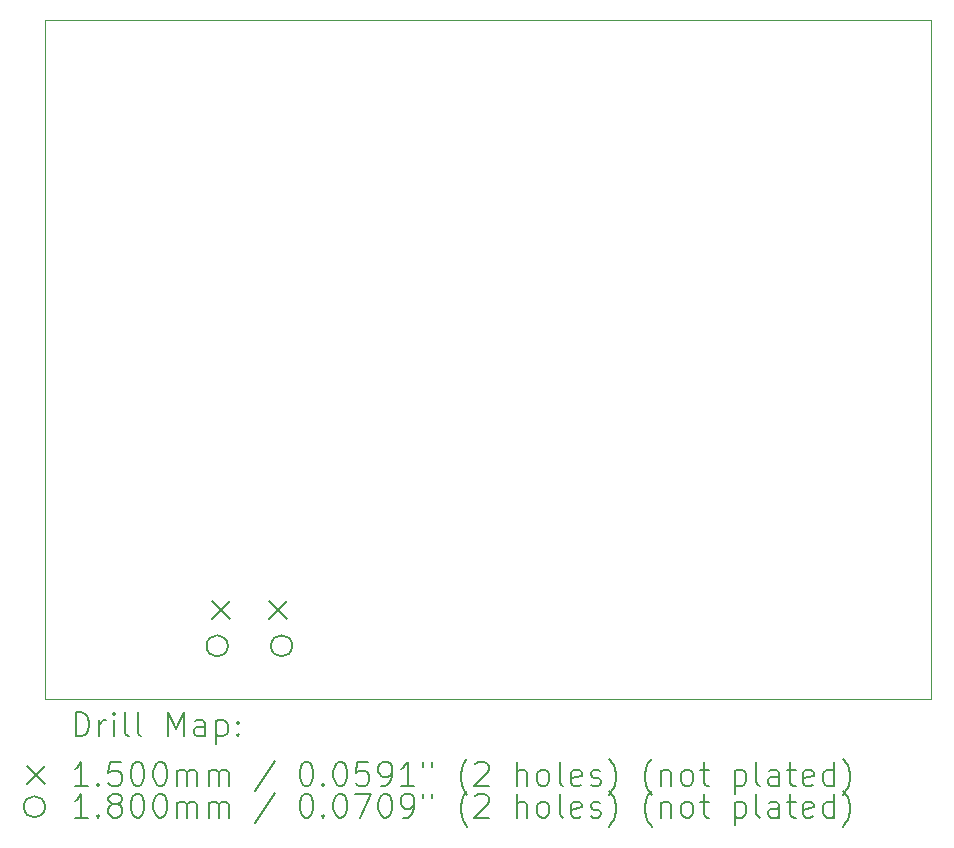
<source format=gbr>
%TF.GenerationSoftware,KiCad,Pcbnew,8.0.5*%
%TF.CreationDate,2024-11-17T15:10:11-05:00*%
%TF.ProjectId,kb-usb-to-coco,6b622d75-7362-42d7-946f-2d636f636f2e,rev?*%
%TF.SameCoordinates,Original*%
%TF.FileFunction,Drillmap*%
%TF.FilePolarity,Positive*%
%FSLAX45Y45*%
G04 Gerber Fmt 4.5, Leading zero omitted, Abs format (unit mm)*
G04 Created by KiCad (PCBNEW 8.0.5) date 2024-11-17 15:10:11*
%MOMM*%
%LPD*%
G01*
G04 APERTURE LIST*
%ADD10C,0.050000*%
%ADD11C,0.200000*%
%ADD12C,0.150000*%
%ADD13C,0.180000*%
G04 APERTURE END LIST*
D10*
X10350000Y-6200000D02*
X17850000Y-6200000D01*
X17850000Y-11950000D01*
X10350000Y-11950000D01*
X10350000Y-6200000D01*
D11*
D12*
X11760000Y-11122000D02*
X11910000Y-11272000D01*
X11910000Y-11122000D02*
X11760000Y-11272000D01*
X12245000Y-11122000D02*
X12395000Y-11272000D01*
X12395000Y-11122000D02*
X12245000Y-11272000D01*
D13*
X11895000Y-11500000D02*
G75*
G02*
X11715000Y-11500000I-90000J0D01*
G01*
X11715000Y-11500000D02*
G75*
G02*
X11895000Y-11500000I90000J0D01*
G01*
X12440000Y-11500000D02*
G75*
G02*
X12260000Y-11500000I-90000J0D01*
G01*
X12260000Y-11500000D02*
G75*
G02*
X12440000Y-11500000I90000J0D01*
G01*
D11*
X10608277Y-12263984D02*
X10608277Y-12063984D01*
X10608277Y-12063984D02*
X10655896Y-12063984D01*
X10655896Y-12063984D02*
X10684467Y-12073508D01*
X10684467Y-12073508D02*
X10703515Y-12092555D01*
X10703515Y-12092555D02*
X10713039Y-12111603D01*
X10713039Y-12111603D02*
X10722563Y-12149698D01*
X10722563Y-12149698D02*
X10722563Y-12178269D01*
X10722563Y-12178269D02*
X10713039Y-12216365D01*
X10713039Y-12216365D02*
X10703515Y-12235412D01*
X10703515Y-12235412D02*
X10684467Y-12254460D01*
X10684467Y-12254460D02*
X10655896Y-12263984D01*
X10655896Y-12263984D02*
X10608277Y-12263984D01*
X10808277Y-12263984D02*
X10808277Y-12130650D01*
X10808277Y-12168746D02*
X10817801Y-12149698D01*
X10817801Y-12149698D02*
X10827324Y-12140174D01*
X10827324Y-12140174D02*
X10846372Y-12130650D01*
X10846372Y-12130650D02*
X10865420Y-12130650D01*
X10932086Y-12263984D02*
X10932086Y-12130650D01*
X10932086Y-12063984D02*
X10922563Y-12073508D01*
X10922563Y-12073508D02*
X10932086Y-12083031D01*
X10932086Y-12083031D02*
X10941610Y-12073508D01*
X10941610Y-12073508D02*
X10932086Y-12063984D01*
X10932086Y-12063984D02*
X10932086Y-12083031D01*
X11055896Y-12263984D02*
X11036848Y-12254460D01*
X11036848Y-12254460D02*
X11027324Y-12235412D01*
X11027324Y-12235412D02*
X11027324Y-12063984D01*
X11160658Y-12263984D02*
X11141610Y-12254460D01*
X11141610Y-12254460D02*
X11132086Y-12235412D01*
X11132086Y-12235412D02*
X11132086Y-12063984D01*
X11389229Y-12263984D02*
X11389229Y-12063984D01*
X11389229Y-12063984D02*
X11455896Y-12206841D01*
X11455896Y-12206841D02*
X11522562Y-12063984D01*
X11522562Y-12063984D02*
X11522562Y-12263984D01*
X11703515Y-12263984D02*
X11703515Y-12159222D01*
X11703515Y-12159222D02*
X11693991Y-12140174D01*
X11693991Y-12140174D02*
X11674943Y-12130650D01*
X11674943Y-12130650D02*
X11636848Y-12130650D01*
X11636848Y-12130650D02*
X11617801Y-12140174D01*
X11703515Y-12254460D02*
X11684467Y-12263984D01*
X11684467Y-12263984D02*
X11636848Y-12263984D01*
X11636848Y-12263984D02*
X11617801Y-12254460D01*
X11617801Y-12254460D02*
X11608277Y-12235412D01*
X11608277Y-12235412D02*
X11608277Y-12216365D01*
X11608277Y-12216365D02*
X11617801Y-12197317D01*
X11617801Y-12197317D02*
X11636848Y-12187793D01*
X11636848Y-12187793D02*
X11684467Y-12187793D01*
X11684467Y-12187793D02*
X11703515Y-12178269D01*
X11798753Y-12130650D02*
X11798753Y-12330650D01*
X11798753Y-12140174D02*
X11817801Y-12130650D01*
X11817801Y-12130650D02*
X11855896Y-12130650D01*
X11855896Y-12130650D02*
X11874943Y-12140174D01*
X11874943Y-12140174D02*
X11884467Y-12149698D01*
X11884467Y-12149698D02*
X11893991Y-12168746D01*
X11893991Y-12168746D02*
X11893991Y-12225888D01*
X11893991Y-12225888D02*
X11884467Y-12244936D01*
X11884467Y-12244936D02*
X11874943Y-12254460D01*
X11874943Y-12254460D02*
X11855896Y-12263984D01*
X11855896Y-12263984D02*
X11817801Y-12263984D01*
X11817801Y-12263984D02*
X11798753Y-12254460D01*
X11979705Y-12244936D02*
X11989229Y-12254460D01*
X11989229Y-12254460D02*
X11979705Y-12263984D01*
X11979705Y-12263984D02*
X11970182Y-12254460D01*
X11970182Y-12254460D02*
X11979705Y-12244936D01*
X11979705Y-12244936D02*
X11979705Y-12263984D01*
X11979705Y-12140174D02*
X11989229Y-12149698D01*
X11989229Y-12149698D02*
X11979705Y-12159222D01*
X11979705Y-12159222D02*
X11970182Y-12149698D01*
X11970182Y-12149698D02*
X11979705Y-12140174D01*
X11979705Y-12140174D02*
X11979705Y-12159222D01*
D12*
X10197500Y-12517500D02*
X10347500Y-12667500D01*
X10347500Y-12517500D02*
X10197500Y-12667500D01*
D11*
X10713039Y-12683984D02*
X10598753Y-12683984D01*
X10655896Y-12683984D02*
X10655896Y-12483984D01*
X10655896Y-12483984D02*
X10636848Y-12512555D01*
X10636848Y-12512555D02*
X10617801Y-12531603D01*
X10617801Y-12531603D02*
X10598753Y-12541127D01*
X10798753Y-12664936D02*
X10808277Y-12674460D01*
X10808277Y-12674460D02*
X10798753Y-12683984D01*
X10798753Y-12683984D02*
X10789229Y-12674460D01*
X10789229Y-12674460D02*
X10798753Y-12664936D01*
X10798753Y-12664936D02*
X10798753Y-12683984D01*
X10989229Y-12483984D02*
X10893991Y-12483984D01*
X10893991Y-12483984D02*
X10884467Y-12579222D01*
X10884467Y-12579222D02*
X10893991Y-12569698D01*
X10893991Y-12569698D02*
X10913039Y-12560174D01*
X10913039Y-12560174D02*
X10960658Y-12560174D01*
X10960658Y-12560174D02*
X10979705Y-12569698D01*
X10979705Y-12569698D02*
X10989229Y-12579222D01*
X10989229Y-12579222D02*
X10998753Y-12598269D01*
X10998753Y-12598269D02*
X10998753Y-12645888D01*
X10998753Y-12645888D02*
X10989229Y-12664936D01*
X10989229Y-12664936D02*
X10979705Y-12674460D01*
X10979705Y-12674460D02*
X10960658Y-12683984D01*
X10960658Y-12683984D02*
X10913039Y-12683984D01*
X10913039Y-12683984D02*
X10893991Y-12674460D01*
X10893991Y-12674460D02*
X10884467Y-12664936D01*
X11122563Y-12483984D02*
X11141610Y-12483984D01*
X11141610Y-12483984D02*
X11160658Y-12493508D01*
X11160658Y-12493508D02*
X11170182Y-12503031D01*
X11170182Y-12503031D02*
X11179705Y-12522079D01*
X11179705Y-12522079D02*
X11189229Y-12560174D01*
X11189229Y-12560174D02*
X11189229Y-12607793D01*
X11189229Y-12607793D02*
X11179705Y-12645888D01*
X11179705Y-12645888D02*
X11170182Y-12664936D01*
X11170182Y-12664936D02*
X11160658Y-12674460D01*
X11160658Y-12674460D02*
X11141610Y-12683984D01*
X11141610Y-12683984D02*
X11122563Y-12683984D01*
X11122563Y-12683984D02*
X11103515Y-12674460D01*
X11103515Y-12674460D02*
X11093991Y-12664936D01*
X11093991Y-12664936D02*
X11084467Y-12645888D01*
X11084467Y-12645888D02*
X11074944Y-12607793D01*
X11074944Y-12607793D02*
X11074944Y-12560174D01*
X11074944Y-12560174D02*
X11084467Y-12522079D01*
X11084467Y-12522079D02*
X11093991Y-12503031D01*
X11093991Y-12503031D02*
X11103515Y-12493508D01*
X11103515Y-12493508D02*
X11122563Y-12483984D01*
X11313039Y-12483984D02*
X11332086Y-12483984D01*
X11332086Y-12483984D02*
X11351134Y-12493508D01*
X11351134Y-12493508D02*
X11360658Y-12503031D01*
X11360658Y-12503031D02*
X11370182Y-12522079D01*
X11370182Y-12522079D02*
X11379705Y-12560174D01*
X11379705Y-12560174D02*
X11379705Y-12607793D01*
X11379705Y-12607793D02*
X11370182Y-12645888D01*
X11370182Y-12645888D02*
X11360658Y-12664936D01*
X11360658Y-12664936D02*
X11351134Y-12674460D01*
X11351134Y-12674460D02*
X11332086Y-12683984D01*
X11332086Y-12683984D02*
X11313039Y-12683984D01*
X11313039Y-12683984D02*
X11293991Y-12674460D01*
X11293991Y-12674460D02*
X11284467Y-12664936D01*
X11284467Y-12664936D02*
X11274943Y-12645888D01*
X11274943Y-12645888D02*
X11265420Y-12607793D01*
X11265420Y-12607793D02*
X11265420Y-12560174D01*
X11265420Y-12560174D02*
X11274943Y-12522079D01*
X11274943Y-12522079D02*
X11284467Y-12503031D01*
X11284467Y-12503031D02*
X11293991Y-12493508D01*
X11293991Y-12493508D02*
X11313039Y-12483984D01*
X11465420Y-12683984D02*
X11465420Y-12550650D01*
X11465420Y-12569698D02*
X11474943Y-12560174D01*
X11474943Y-12560174D02*
X11493991Y-12550650D01*
X11493991Y-12550650D02*
X11522563Y-12550650D01*
X11522563Y-12550650D02*
X11541610Y-12560174D01*
X11541610Y-12560174D02*
X11551134Y-12579222D01*
X11551134Y-12579222D02*
X11551134Y-12683984D01*
X11551134Y-12579222D02*
X11560658Y-12560174D01*
X11560658Y-12560174D02*
X11579705Y-12550650D01*
X11579705Y-12550650D02*
X11608277Y-12550650D01*
X11608277Y-12550650D02*
X11627324Y-12560174D01*
X11627324Y-12560174D02*
X11636848Y-12579222D01*
X11636848Y-12579222D02*
X11636848Y-12683984D01*
X11732086Y-12683984D02*
X11732086Y-12550650D01*
X11732086Y-12569698D02*
X11741610Y-12560174D01*
X11741610Y-12560174D02*
X11760658Y-12550650D01*
X11760658Y-12550650D02*
X11789229Y-12550650D01*
X11789229Y-12550650D02*
X11808277Y-12560174D01*
X11808277Y-12560174D02*
X11817801Y-12579222D01*
X11817801Y-12579222D02*
X11817801Y-12683984D01*
X11817801Y-12579222D02*
X11827324Y-12560174D01*
X11827324Y-12560174D02*
X11846372Y-12550650D01*
X11846372Y-12550650D02*
X11874943Y-12550650D01*
X11874943Y-12550650D02*
X11893991Y-12560174D01*
X11893991Y-12560174D02*
X11903515Y-12579222D01*
X11903515Y-12579222D02*
X11903515Y-12683984D01*
X12293991Y-12474460D02*
X12122563Y-12731603D01*
X12551134Y-12483984D02*
X12570182Y-12483984D01*
X12570182Y-12483984D02*
X12589229Y-12493508D01*
X12589229Y-12493508D02*
X12598753Y-12503031D01*
X12598753Y-12503031D02*
X12608277Y-12522079D01*
X12608277Y-12522079D02*
X12617801Y-12560174D01*
X12617801Y-12560174D02*
X12617801Y-12607793D01*
X12617801Y-12607793D02*
X12608277Y-12645888D01*
X12608277Y-12645888D02*
X12598753Y-12664936D01*
X12598753Y-12664936D02*
X12589229Y-12674460D01*
X12589229Y-12674460D02*
X12570182Y-12683984D01*
X12570182Y-12683984D02*
X12551134Y-12683984D01*
X12551134Y-12683984D02*
X12532086Y-12674460D01*
X12532086Y-12674460D02*
X12522563Y-12664936D01*
X12522563Y-12664936D02*
X12513039Y-12645888D01*
X12513039Y-12645888D02*
X12503515Y-12607793D01*
X12503515Y-12607793D02*
X12503515Y-12560174D01*
X12503515Y-12560174D02*
X12513039Y-12522079D01*
X12513039Y-12522079D02*
X12522563Y-12503031D01*
X12522563Y-12503031D02*
X12532086Y-12493508D01*
X12532086Y-12493508D02*
X12551134Y-12483984D01*
X12703515Y-12664936D02*
X12713039Y-12674460D01*
X12713039Y-12674460D02*
X12703515Y-12683984D01*
X12703515Y-12683984D02*
X12693991Y-12674460D01*
X12693991Y-12674460D02*
X12703515Y-12664936D01*
X12703515Y-12664936D02*
X12703515Y-12683984D01*
X12836848Y-12483984D02*
X12855896Y-12483984D01*
X12855896Y-12483984D02*
X12874944Y-12493508D01*
X12874944Y-12493508D02*
X12884467Y-12503031D01*
X12884467Y-12503031D02*
X12893991Y-12522079D01*
X12893991Y-12522079D02*
X12903515Y-12560174D01*
X12903515Y-12560174D02*
X12903515Y-12607793D01*
X12903515Y-12607793D02*
X12893991Y-12645888D01*
X12893991Y-12645888D02*
X12884467Y-12664936D01*
X12884467Y-12664936D02*
X12874944Y-12674460D01*
X12874944Y-12674460D02*
X12855896Y-12683984D01*
X12855896Y-12683984D02*
X12836848Y-12683984D01*
X12836848Y-12683984D02*
X12817801Y-12674460D01*
X12817801Y-12674460D02*
X12808277Y-12664936D01*
X12808277Y-12664936D02*
X12798753Y-12645888D01*
X12798753Y-12645888D02*
X12789229Y-12607793D01*
X12789229Y-12607793D02*
X12789229Y-12560174D01*
X12789229Y-12560174D02*
X12798753Y-12522079D01*
X12798753Y-12522079D02*
X12808277Y-12503031D01*
X12808277Y-12503031D02*
X12817801Y-12493508D01*
X12817801Y-12493508D02*
X12836848Y-12483984D01*
X13084467Y-12483984D02*
X12989229Y-12483984D01*
X12989229Y-12483984D02*
X12979706Y-12579222D01*
X12979706Y-12579222D02*
X12989229Y-12569698D01*
X12989229Y-12569698D02*
X13008277Y-12560174D01*
X13008277Y-12560174D02*
X13055896Y-12560174D01*
X13055896Y-12560174D02*
X13074944Y-12569698D01*
X13074944Y-12569698D02*
X13084467Y-12579222D01*
X13084467Y-12579222D02*
X13093991Y-12598269D01*
X13093991Y-12598269D02*
X13093991Y-12645888D01*
X13093991Y-12645888D02*
X13084467Y-12664936D01*
X13084467Y-12664936D02*
X13074944Y-12674460D01*
X13074944Y-12674460D02*
X13055896Y-12683984D01*
X13055896Y-12683984D02*
X13008277Y-12683984D01*
X13008277Y-12683984D02*
X12989229Y-12674460D01*
X12989229Y-12674460D02*
X12979706Y-12664936D01*
X13189229Y-12683984D02*
X13227325Y-12683984D01*
X13227325Y-12683984D02*
X13246372Y-12674460D01*
X13246372Y-12674460D02*
X13255896Y-12664936D01*
X13255896Y-12664936D02*
X13274944Y-12636365D01*
X13274944Y-12636365D02*
X13284467Y-12598269D01*
X13284467Y-12598269D02*
X13284467Y-12522079D01*
X13284467Y-12522079D02*
X13274944Y-12503031D01*
X13274944Y-12503031D02*
X13265420Y-12493508D01*
X13265420Y-12493508D02*
X13246372Y-12483984D01*
X13246372Y-12483984D02*
X13208277Y-12483984D01*
X13208277Y-12483984D02*
X13189229Y-12493508D01*
X13189229Y-12493508D02*
X13179706Y-12503031D01*
X13179706Y-12503031D02*
X13170182Y-12522079D01*
X13170182Y-12522079D02*
X13170182Y-12569698D01*
X13170182Y-12569698D02*
X13179706Y-12588746D01*
X13179706Y-12588746D02*
X13189229Y-12598269D01*
X13189229Y-12598269D02*
X13208277Y-12607793D01*
X13208277Y-12607793D02*
X13246372Y-12607793D01*
X13246372Y-12607793D02*
X13265420Y-12598269D01*
X13265420Y-12598269D02*
X13274944Y-12588746D01*
X13274944Y-12588746D02*
X13284467Y-12569698D01*
X13474944Y-12683984D02*
X13360658Y-12683984D01*
X13417801Y-12683984D02*
X13417801Y-12483984D01*
X13417801Y-12483984D02*
X13398753Y-12512555D01*
X13398753Y-12512555D02*
X13379706Y-12531603D01*
X13379706Y-12531603D02*
X13360658Y-12541127D01*
X13551134Y-12483984D02*
X13551134Y-12522079D01*
X13627325Y-12483984D02*
X13627325Y-12522079D01*
X13922563Y-12760174D02*
X13913039Y-12750650D01*
X13913039Y-12750650D02*
X13893991Y-12722079D01*
X13893991Y-12722079D02*
X13884468Y-12703031D01*
X13884468Y-12703031D02*
X13874944Y-12674460D01*
X13874944Y-12674460D02*
X13865420Y-12626841D01*
X13865420Y-12626841D02*
X13865420Y-12588746D01*
X13865420Y-12588746D02*
X13874944Y-12541127D01*
X13874944Y-12541127D02*
X13884468Y-12512555D01*
X13884468Y-12512555D02*
X13893991Y-12493508D01*
X13893991Y-12493508D02*
X13913039Y-12464936D01*
X13913039Y-12464936D02*
X13922563Y-12455412D01*
X13989229Y-12503031D02*
X13998753Y-12493508D01*
X13998753Y-12493508D02*
X14017801Y-12483984D01*
X14017801Y-12483984D02*
X14065420Y-12483984D01*
X14065420Y-12483984D02*
X14084468Y-12493508D01*
X14084468Y-12493508D02*
X14093991Y-12503031D01*
X14093991Y-12503031D02*
X14103515Y-12522079D01*
X14103515Y-12522079D02*
X14103515Y-12541127D01*
X14103515Y-12541127D02*
X14093991Y-12569698D01*
X14093991Y-12569698D02*
X13979706Y-12683984D01*
X13979706Y-12683984D02*
X14103515Y-12683984D01*
X14341610Y-12683984D02*
X14341610Y-12483984D01*
X14427325Y-12683984D02*
X14427325Y-12579222D01*
X14427325Y-12579222D02*
X14417801Y-12560174D01*
X14417801Y-12560174D02*
X14398753Y-12550650D01*
X14398753Y-12550650D02*
X14370182Y-12550650D01*
X14370182Y-12550650D02*
X14351134Y-12560174D01*
X14351134Y-12560174D02*
X14341610Y-12569698D01*
X14551134Y-12683984D02*
X14532087Y-12674460D01*
X14532087Y-12674460D02*
X14522563Y-12664936D01*
X14522563Y-12664936D02*
X14513039Y-12645888D01*
X14513039Y-12645888D02*
X14513039Y-12588746D01*
X14513039Y-12588746D02*
X14522563Y-12569698D01*
X14522563Y-12569698D02*
X14532087Y-12560174D01*
X14532087Y-12560174D02*
X14551134Y-12550650D01*
X14551134Y-12550650D02*
X14579706Y-12550650D01*
X14579706Y-12550650D02*
X14598753Y-12560174D01*
X14598753Y-12560174D02*
X14608277Y-12569698D01*
X14608277Y-12569698D02*
X14617801Y-12588746D01*
X14617801Y-12588746D02*
X14617801Y-12645888D01*
X14617801Y-12645888D02*
X14608277Y-12664936D01*
X14608277Y-12664936D02*
X14598753Y-12674460D01*
X14598753Y-12674460D02*
X14579706Y-12683984D01*
X14579706Y-12683984D02*
X14551134Y-12683984D01*
X14732087Y-12683984D02*
X14713039Y-12674460D01*
X14713039Y-12674460D02*
X14703515Y-12655412D01*
X14703515Y-12655412D02*
X14703515Y-12483984D01*
X14884468Y-12674460D02*
X14865420Y-12683984D01*
X14865420Y-12683984D02*
X14827325Y-12683984D01*
X14827325Y-12683984D02*
X14808277Y-12674460D01*
X14808277Y-12674460D02*
X14798753Y-12655412D01*
X14798753Y-12655412D02*
X14798753Y-12579222D01*
X14798753Y-12579222D02*
X14808277Y-12560174D01*
X14808277Y-12560174D02*
X14827325Y-12550650D01*
X14827325Y-12550650D02*
X14865420Y-12550650D01*
X14865420Y-12550650D02*
X14884468Y-12560174D01*
X14884468Y-12560174D02*
X14893991Y-12579222D01*
X14893991Y-12579222D02*
X14893991Y-12598269D01*
X14893991Y-12598269D02*
X14798753Y-12617317D01*
X14970182Y-12674460D02*
X14989230Y-12683984D01*
X14989230Y-12683984D02*
X15027325Y-12683984D01*
X15027325Y-12683984D02*
X15046372Y-12674460D01*
X15046372Y-12674460D02*
X15055896Y-12655412D01*
X15055896Y-12655412D02*
X15055896Y-12645888D01*
X15055896Y-12645888D02*
X15046372Y-12626841D01*
X15046372Y-12626841D02*
X15027325Y-12617317D01*
X15027325Y-12617317D02*
X14998753Y-12617317D01*
X14998753Y-12617317D02*
X14979706Y-12607793D01*
X14979706Y-12607793D02*
X14970182Y-12588746D01*
X14970182Y-12588746D02*
X14970182Y-12579222D01*
X14970182Y-12579222D02*
X14979706Y-12560174D01*
X14979706Y-12560174D02*
X14998753Y-12550650D01*
X14998753Y-12550650D02*
X15027325Y-12550650D01*
X15027325Y-12550650D02*
X15046372Y-12560174D01*
X15122563Y-12760174D02*
X15132087Y-12750650D01*
X15132087Y-12750650D02*
X15151134Y-12722079D01*
X15151134Y-12722079D02*
X15160658Y-12703031D01*
X15160658Y-12703031D02*
X15170182Y-12674460D01*
X15170182Y-12674460D02*
X15179706Y-12626841D01*
X15179706Y-12626841D02*
X15179706Y-12588746D01*
X15179706Y-12588746D02*
X15170182Y-12541127D01*
X15170182Y-12541127D02*
X15160658Y-12512555D01*
X15160658Y-12512555D02*
X15151134Y-12493508D01*
X15151134Y-12493508D02*
X15132087Y-12464936D01*
X15132087Y-12464936D02*
X15122563Y-12455412D01*
X15484468Y-12760174D02*
X15474944Y-12750650D01*
X15474944Y-12750650D02*
X15455896Y-12722079D01*
X15455896Y-12722079D02*
X15446372Y-12703031D01*
X15446372Y-12703031D02*
X15436849Y-12674460D01*
X15436849Y-12674460D02*
X15427325Y-12626841D01*
X15427325Y-12626841D02*
X15427325Y-12588746D01*
X15427325Y-12588746D02*
X15436849Y-12541127D01*
X15436849Y-12541127D02*
X15446372Y-12512555D01*
X15446372Y-12512555D02*
X15455896Y-12493508D01*
X15455896Y-12493508D02*
X15474944Y-12464936D01*
X15474944Y-12464936D02*
X15484468Y-12455412D01*
X15560658Y-12550650D02*
X15560658Y-12683984D01*
X15560658Y-12569698D02*
X15570182Y-12560174D01*
X15570182Y-12560174D02*
X15589230Y-12550650D01*
X15589230Y-12550650D02*
X15617801Y-12550650D01*
X15617801Y-12550650D02*
X15636849Y-12560174D01*
X15636849Y-12560174D02*
X15646372Y-12579222D01*
X15646372Y-12579222D02*
X15646372Y-12683984D01*
X15770182Y-12683984D02*
X15751134Y-12674460D01*
X15751134Y-12674460D02*
X15741611Y-12664936D01*
X15741611Y-12664936D02*
X15732087Y-12645888D01*
X15732087Y-12645888D02*
X15732087Y-12588746D01*
X15732087Y-12588746D02*
X15741611Y-12569698D01*
X15741611Y-12569698D02*
X15751134Y-12560174D01*
X15751134Y-12560174D02*
X15770182Y-12550650D01*
X15770182Y-12550650D02*
X15798753Y-12550650D01*
X15798753Y-12550650D02*
X15817801Y-12560174D01*
X15817801Y-12560174D02*
X15827325Y-12569698D01*
X15827325Y-12569698D02*
X15836849Y-12588746D01*
X15836849Y-12588746D02*
X15836849Y-12645888D01*
X15836849Y-12645888D02*
X15827325Y-12664936D01*
X15827325Y-12664936D02*
X15817801Y-12674460D01*
X15817801Y-12674460D02*
X15798753Y-12683984D01*
X15798753Y-12683984D02*
X15770182Y-12683984D01*
X15893992Y-12550650D02*
X15970182Y-12550650D01*
X15922563Y-12483984D02*
X15922563Y-12655412D01*
X15922563Y-12655412D02*
X15932087Y-12674460D01*
X15932087Y-12674460D02*
X15951134Y-12683984D01*
X15951134Y-12683984D02*
X15970182Y-12683984D01*
X16189230Y-12550650D02*
X16189230Y-12750650D01*
X16189230Y-12560174D02*
X16208277Y-12550650D01*
X16208277Y-12550650D02*
X16246373Y-12550650D01*
X16246373Y-12550650D02*
X16265420Y-12560174D01*
X16265420Y-12560174D02*
X16274944Y-12569698D01*
X16274944Y-12569698D02*
X16284468Y-12588746D01*
X16284468Y-12588746D02*
X16284468Y-12645888D01*
X16284468Y-12645888D02*
X16274944Y-12664936D01*
X16274944Y-12664936D02*
X16265420Y-12674460D01*
X16265420Y-12674460D02*
X16246373Y-12683984D01*
X16246373Y-12683984D02*
X16208277Y-12683984D01*
X16208277Y-12683984D02*
X16189230Y-12674460D01*
X16398753Y-12683984D02*
X16379706Y-12674460D01*
X16379706Y-12674460D02*
X16370182Y-12655412D01*
X16370182Y-12655412D02*
X16370182Y-12483984D01*
X16560658Y-12683984D02*
X16560658Y-12579222D01*
X16560658Y-12579222D02*
X16551134Y-12560174D01*
X16551134Y-12560174D02*
X16532087Y-12550650D01*
X16532087Y-12550650D02*
X16493992Y-12550650D01*
X16493992Y-12550650D02*
X16474944Y-12560174D01*
X16560658Y-12674460D02*
X16541611Y-12683984D01*
X16541611Y-12683984D02*
X16493992Y-12683984D01*
X16493992Y-12683984D02*
X16474944Y-12674460D01*
X16474944Y-12674460D02*
X16465420Y-12655412D01*
X16465420Y-12655412D02*
X16465420Y-12636365D01*
X16465420Y-12636365D02*
X16474944Y-12617317D01*
X16474944Y-12617317D02*
X16493992Y-12607793D01*
X16493992Y-12607793D02*
X16541611Y-12607793D01*
X16541611Y-12607793D02*
X16560658Y-12598269D01*
X16627325Y-12550650D02*
X16703515Y-12550650D01*
X16655896Y-12483984D02*
X16655896Y-12655412D01*
X16655896Y-12655412D02*
X16665420Y-12674460D01*
X16665420Y-12674460D02*
X16684468Y-12683984D01*
X16684468Y-12683984D02*
X16703515Y-12683984D01*
X16846373Y-12674460D02*
X16827325Y-12683984D01*
X16827325Y-12683984D02*
X16789230Y-12683984D01*
X16789230Y-12683984D02*
X16770182Y-12674460D01*
X16770182Y-12674460D02*
X16760658Y-12655412D01*
X16760658Y-12655412D02*
X16760658Y-12579222D01*
X16760658Y-12579222D02*
X16770182Y-12560174D01*
X16770182Y-12560174D02*
X16789230Y-12550650D01*
X16789230Y-12550650D02*
X16827325Y-12550650D01*
X16827325Y-12550650D02*
X16846373Y-12560174D01*
X16846373Y-12560174D02*
X16855896Y-12579222D01*
X16855896Y-12579222D02*
X16855896Y-12598269D01*
X16855896Y-12598269D02*
X16760658Y-12617317D01*
X17027325Y-12683984D02*
X17027325Y-12483984D01*
X17027325Y-12674460D02*
X17008277Y-12683984D01*
X17008277Y-12683984D02*
X16970182Y-12683984D01*
X16970182Y-12683984D02*
X16951135Y-12674460D01*
X16951135Y-12674460D02*
X16941611Y-12664936D01*
X16941611Y-12664936D02*
X16932087Y-12645888D01*
X16932087Y-12645888D02*
X16932087Y-12588746D01*
X16932087Y-12588746D02*
X16941611Y-12569698D01*
X16941611Y-12569698D02*
X16951135Y-12560174D01*
X16951135Y-12560174D02*
X16970182Y-12550650D01*
X16970182Y-12550650D02*
X17008277Y-12550650D01*
X17008277Y-12550650D02*
X17027325Y-12560174D01*
X17103516Y-12760174D02*
X17113039Y-12750650D01*
X17113039Y-12750650D02*
X17132087Y-12722079D01*
X17132087Y-12722079D02*
X17141611Y-12703031D01*
X17141611Y-12703031D02*
X17151135Y-12674460D01*
X17151135Y-12674460D02*
X17160658Y-12626841D01*
X17160658Y-12626841D02*
X17160658Y-12588746D01*
X17160658Y-12588746D02*
X17151135Y-12541127D01*
X17151135Y-12541127D02*
X17141611Y-12512555D01*
X17141611Y-12512555D02*
X17132087Y-12493508D01*
X17132087Y-12493508D02*
X17113039Y-12464936D01*
X17113039Y-12464936D02*
X17103516Y-12455412D01*
D13*
X10347500Y-12862500D02*
G75*
G02*
X10167500Y-12862500I-90000J0D01*
G01*
X10167500Y-12862500D02*
G75*
G02*
X10347500Y-12862500I90000J0D01*
G01*
D11*
X10713039Y-12953984D02*
X10598753Y-12953984D01*
X10655896Y-12953984D02*
X10655896Y-12753984D01*
X10655896Y-12753984D02*
X10636848Y-12782555D01*
X10636848Y-12782555D02*
X10617801Y-12801603D01*
X10617801Y-12801603D02*
X10598753Y-12811127D01*
X10798753Y-12934936D02*
X10808277Y-12944460D01*
X10808277Y-12944460D02*
X10798753Y-12953984D01*
X10798753Y-12953984D02*
X10789229Y-12944460D01*
X10789229Y-12944460D02*
X10798753Y-12934936D01*
X10798753Y-12934936D02*
X10798753Y-12953984D01*
X10922563Y-12839698D02*
X10903515Y-12830174D01*
X10903515Y-12830174D02*
X10893991Y-12820650D01*
X10893991Y-12820650D02*
X10884467Y-12801603D01*
X10884467Y-12801603D02*
X10884467Y-12792079D01*
X10884467Y-12792079D02*
X10893991Y-12773031D01*
X10893991Y-12773031D02*
X10903515Y-12763508D01*
X10903515Y-12763508D02*
X10922563Y-12753984D01*
X10922563Y-12753984D02*
X10960658Y-12753984D01*
X10960658Y-12753984D02*
X10979705Y-12763508D01*
X10979705Y-12763508D02*
X10989229Y-12773031D01*
X10989229Y-12773031D02*
X10998753Y-12792079D01*
X10998753Y-12792079D02*
X10998753Y-12801603D01*
X10998753Y-12801603D02*
X10989229Y-12820650D01*
X10989229Y-12820650D02*
X10979705Y-12830174D01*
X10979705Y-12830174D02*
X10960658Y-12839698D01*
X10960658Y-12839698D02*
X10922563Y-12839698D01*
X10922563Y-12839698D02*
X10903515Y-12849222D01*
X10903515Y-12849222D02*
X10893991Y-12858746D01*
X10893991Y-12858746D02*
X10884467Y-12877793D01*
X10884467Y-12877793D02*
X10884467Y-12915888D01*
X10884467Y-12915888D02*
X10893991Y-12934936D01*
X10893991Y-12934936D02*
X10903515Y-12944460D01*
X10903515Y-12944460D02*
X10922563Y-12953984D01*
X10922563Y-12953984D02*
X10960658Y-12953984D01*
X10960658Y-12953984D02*
X10979705Y-12944460D01*
X10979705Y-12944460D02*
X10989229Y-12934936D01*
X10989229Y-12934936D02*
X10998753Y-12915888D01*
X10998753Y-12915888D02*
X10998753Y-12877793D01*
X10998753Y-12877793D02*
X10989229Y-12858746D01*
X10989229Y-12858746D02*
X10979705Y-12849222D01*
X10979705Y-12849222D02*
X10960658Y-12839698D01*
X11122563Y-12753984D02*
X11141610Y-12753984D01*
X11141610Y-12753984D02*
X11160658Y-12763508D01*
X11160658Y-12763508D02*
X11170182Y-12773031D01*
X11170182Y-12773031D02*
X11179705Y-12792079D01*
X11179705Y-12792079D02*
X11189229Y-12830174D01*
X11189229Y-12830174D02*
X11189229Y-12877793D01*
X11189229Y-12877793D02*
X11179705Y-12915888D01*
X11179705Y-12915888D02*
X11170182Y-12934936D01*
X11170182Y-12934936D02*
X11160658Y-12944460D01*
X11160658Y-12944460D02*
X11141610Y-12953984D01*
X11141610Y-12953984D02*
X11122563Y-12953984D01*
X11122563Y-12953984D02*
X11103515Y-12944460D01*
X11103515Y-12944460D02*
X11093991Y-12934936D01*
X11093991Y-12934936D02*
X11084467Y-12915888D01*
X11084467Y-12915888D02*
X11074944Y-12877793D01*
X11074944Y-12877793D02*
X11074944Y-12830174D01*
X11074944Y-12830174D02*
X11084467Y-12792079D01*
X11084467Y-12792079D02*
X11093991Y-12773031D01*
X11093991Y-12773031D02*
X11103515Y-12763508D01*
X11103515Y-12763508D02*
X11122563Y-12753984D01*
X11313039Y-12753984D02*
X11332086Y-12753984D01*
X11332086Y-12753984D02*
X11351134Y-12763508D01*
X11351134Y-12763508D02*
X11360658Y-12773031D01*
X11360658Y-12773031D02*
X11370182Y-12792079D01*
X11370182Y-12792079D02*
X11379705Y-12830174D01*
X11379705Y-12830174D02*
X11379705Y-12877793D01*
X11379705Y-12877793D02*
X11370182Y-12915888D01*
X11370182Y-12915888D02*
X11360658Y-12934936D01*
X11360658Y-12934936D02*
X11351134Y-12944460D01*
X11351134Y-12944460D02*
X11332086Y-12953984D01*
X11332086Y-12953984D02*
X11313039Y-12953984D01*
X11313039Y-12953984D02*
X11293991Y-12944460D01*
X11293991Y-12944460D02*
X11284467Y-12934936D01*
X11284467Y-12934936D02*
X11274943Y-12915888D01*
X11274943Y-12915888D02*
X11265420Y-12877793D01*
X11265420Y-12877793D02*
X11265420Y-12830174D01*
X11265420Y-12830174D02*
X11274943Y-12792079D01*
X11274943Y-12792079D02*
X11284467Y-12773031D01*
X11284467Y-12773031D02*
X11293991Y-12763508D01*
X11293991Y-12763508D02*
X11313039Y-12753984D01*
X11465420Y-12953984D02*
X11465420Y-12820650D01*
X11465420Y-12839698D02*
X11474943Y-12830174D01*
X11474943Y-12830174D02*
X11493991Y-12820650D01*
X11493991Y-12820650D02*
X11522563Y-12820650D01*
X11522563Y-12820650D02*
X11541610Y-12830174D01*
X11541610Y-12830174D02*
X11551134Y-12849222D01*
X11551134Y-12849222D02*
X11551134Y-12953984D01*
X11551134Y-12849222D02*
X11560658Y-12830174D01*
X11560658Y-12830174D02*
X11579705Y-12820650D01*
X11579705Y-12820650D02*
X11608277Y-12820650D01*
X11608277Y-12820650D02*
X11627324Y-12830174D01*
X11627324Y-12830174D02*
X11636848Y-12849222D01*
X11636848Y-12849222D02*
X11636848Y-12953984D01*
X11732086Y-12953984D02*
X11732086Y-12820650D01*
X11732086Y-12839698D02*
X11741610Y-12830174D01*
X11741610Y-12830174D02*
X11760658Y-12820650D01*
X11760658Y-12820650D02*
X11789229Y-12820650D01*
X11789229Y-12820650D02*
X11808277Y-12830174D01*
X11808277Y-12830174D02*
X11817801Y-12849222D01*
X11817801Y-12849222D02*
X11817801Y-12953984D01*
X11817801Y-12849222D02*
X11827324Y-12830174D01*
X11827324Y-12830174D02*
X11846372Y-12820650D01*
X11846372Y-12820650D02*
X11874943Y-12820650D01*
X11874943Y-12820650D02*
X11893991Y-12830174D01*
X11893991Y-12830174D02*
X11903515Y-12849222D01*
X11903515Y-12849222D02*
X11903515Y-12953984D01*
X12293991Y-12744460D02*
X12122563Y-13001603D01*
X12551134Y-12753984D02*
X12570182Y-12753984D01*
X12570182Y-12753984D02*
X12589229Y-12763508D01*
X12589229Y-12763508D02*
X12598753Y-12773031D01*
X12598753Y-12773031D02*
X12608277Y-12792079D01*
X12608277Y-12792079D02*
X12617801Y-12830174D01*
X12617801Y-12830174D02*
X12617801Y-12877793D01*
X12617801Y-12877793D02*
X12608277Y-12915888D01*
X12608277Y-12915888D02*
X12598753Y-12934936D01*
X12598753Y-12934936D02*
X12589229Y-12944460D01*
X12589229Y-12944460D02*
X12570182Y-12953984D01*
X12570182Y-12953984D02*
X12551134Y-12953984D01*
X12551134Y-12953984D02*
X12532086Y-12944460D01*
X12532086Y-12944460D02*
X12522563Y-12934936D01*
X12522563Y-12934936D02*
X12513039Y-12915888D01*
X12513039Y-12915888D02*
X12503515Y-12877793D01*
X12503515Y-12877793D02*
X12503515Y-12830174D01*
X12503515Y-12830174D02*
X12513039Y-12792079D01*
X12513039Y-12792079D02*
X12522563Y-12773031D01*
X12522563Y-12773031D02*
X12532086Y-12763508D01*
X12532086Y-12763508D02*
X12551134Y-12753984D01*
X12703515Y-12934936D02*
X12713039Y-12944460D01*
X12713039Y-12944460D02*
X12703515Y-12953984D01*
X12703515Y-12953984D02*
X12693991Y-12944460D01*
X12693991Y-12944460D02*
X12703515Y-12934936D01*
X12703515Y-12934936D02*
X12703515Y-12953984D01*
X12836848Y-12753984D02*
X12855896Y-12753984D01*
X12855896Y-12753984D02*
X12874944Y-12763508D01*
X12874944Y-12763508D02*
X12884467Y-12773031D01*
X12884467Y-12773031D02*
X12893991Y-12792079D01*
X12893991Y-12792079D02*
X12903515Y-12830174D01*
X12903515Y-12830174D02*
X12903515Y-12877793D01*
X12903515Y-12877793D02*
X12893991Y-12915888D01*
X12893991Y-12915888D02*
X12884467Y-12934936D01*
X12884467Y-12934936D02*
X12874944Y-12944460D01*
X12874944Y-12944460D02*
X12855896Y-12953984D01*
X12855896Y-12953984D02*
X12836848Y-12953984D01*
X12836848Y-12953984D02*
X12817801Y-12944460D01*
X12817801Y-12944460D02*
X12808277Y-12934936D01*
X12808277Y-12934936D02*
X12798753Y-12915888D01*
X12798753Y-12915888D02*
X12789229Y-12877793D01*
X12789229Y-12877793D02*
X12789229Y-12830174D01*
X12789229Y-12830174D02*
X12798753Y-12792079D01*
X12798753Y-12792079D02*
X12808277Y-12773031D01*
X12808277Y-12773031D02*
X12817801Y-12763508D01*
X12817801Y-12763508D02*
X12836848Y-12753984D01*
X12970182Y-12753984D02*
X13103515Y-12753984D01*
X13103515Y-12753984D02*
X13017801Y-12953984D01*
X13217801Y-12753984D02*
X13236848Y-12753984D01*
X13236848Y-12753984D02*
X13255896Y-12763508D01*
X13255896Y-12763508D02*
X13265420Y-12773031D01*
X13265420Y-12773031D02*
X13274944Y-12792079D01*
X13274944Y-12792079D02*
X13284467Y-12830174D01*
X13284467Y-12830174D02*
X13284467Y-12877793D01*
X13284467Y-12877793D02*
X13274944Y-12915888D01*
X13274944Y-12915888D02*
X13265420Y-12934936D01*
X13265420Y-12934936D02*
X13255896Y-12944460D01*
X13255896Y-12944460D02*
X13236848Y-12953984D01*
X13236848Y-12953984D02*
X13217801Y-12953984D01*
X13217801Y-12953984D02*
X13198753Y-12944460D01*
X13198753Y-12944460D02*
X13189229Y-12934936D01*
X13189229Y-12934936D02*
X13179706Y-12915888D01*
X13179706Y-12915888D02*
X13170182Y-12877793D01*
X13170182Y-12877793D02*
X13170182Y-12830174D01*
X13170182Y-12830174D02*
X13179706Y-12792079D01*
X13179706Y-12792079D02*
X13189229Y-12773031D01*
X13189229Y-12773031D02*
X13198753Y-12763508D01*
X13198753Y-12763508D02*
X13217801Y-12753984D01*
X13379706Y-12953984D02*
X13417801Y-12953984D01*
X13417801Y-12953984D02*
X13436848Y-12944460D01*
X13436848Y-12944460D02*
X13446372Y-12934936D01*
X13446372Y-12934936D02*
X13465420Y-12906365D01*
X13465420Y-12906365D02*
X13474944Y-12868269D01*
X13474944Y-12868269D02*
X13474944Y-12792079D01*
X13474944Y-12792079D02*
X13465420Y-12773031D01*
X13465420Y-12773031D02*
X13455896Y-12763508D01*
X13455896Y-12763508D02*
X13436848Y-12753984D01*
X13436848Y-12753984D02*
X13398753Y-12753984D01*
X13398753Y-12753984D02*
X13379706Y-12763508D01*
X13379706Y-12763508D02*
X13370182Y-12773031D01*
X13370182Y-12773031D02*
X13360658Y-12792079D01*
X13360658Y-12792079D02*
X13360658Y-12839698D01*
X13360658Y-12839698D02*
X13370182Y-12858746D01*
X13370182Y-12858746D02*
X13379706Y-12868269D01*
X13379706Y-12868269D02*
X13398753Y-12877793D01*
X13398753Y-12877793D02*
X13436848Y-12877793D01*
X13436848Y-12877793D02*
X13455896Y-12868269D01*
X13455896Y-12868269D02*
X13465420Y-12858746D01*
X13465420Y-12858746D02*
X13474944Y-12839698D01*
X13551134Y-12753984D02*
X13551134Y-12792079D01*
X13627325Y-12753984D02*
X13627325Y-12792079D01*
X13922563Y-13030174D02*
X13913039Y-13020650D01*
X13913039Y-13020650D02*
X13893991Y-12992079D01*
X13893991Y-12992079D02*
X13884468Y-12973031D01*
X13884468Y-12973031D02*
X13874944Y-12944460D01*
X13874944Y-12944460D02*
X13865420Y-12896841D01*
X13865420Y-12896841D02*
X13865420Y-12858746D01*
X13865420Y-12858746D02*
X13874944Y-12811127D01*
X13874944Y-12811127D02*
X13884468Y-12782555D01*
X13884468Y-12782555D02*
X13893991Y-12763508D01*
X13893991Y-12763508D02*
X13913039Y-12734936D01*
X13913039Y-12734936D02*
X13922563Y-12725412D01*
X13989229Y-12773031D02*
X13998753Y-12763508D01*
X13998753Y-12763508D02*
X14017801Y-12753984D01*
X14017801Y-12753984D02*
X14065420Y-12753984D01*
X14065420Y-12753984D02*
X14084468Y-12763508D01*
X14084468Y-12763508D02*
X14093991Y-12773031D01*
X14093991Y-12773031D02*
X14103515Y-12792079D01*
X14103515Y-12792079D02*
X14103515Y-12811127D01*
X14103515Y-12811127D02*
X14093991Y-12839698D01*
X14093991Y-12839698D02*
X13979706Y-12953984D01*
X13979706Y-12953984D02*
X14103515Y-12953984D01*
X14341610Y-12953984D02*
X14341610Y-12753984D01*
X14427325Y-12953984D02*
X14427325Y-12849222D01*
X14427325Y-12849222D02*
X14417801Y-12830174D01*
X14417801Y-12830174D02*
X14398753Y-12820650D01*
X14398753Y-12820650D02*
X14370182Y-12820650D01*
X14370182Y-12820650D02*
X14351134Y-12830174D01*
X14351134Y-12830174D02*
X14341610Y-12839698D01*
X14551134Y-12953984D02*
X14532087Y-12944460D01*
X14532087Y-12944460D02*
X14522563Y-12934936D01*
X14522563Y-12934936D02*
X14513039Y-12915888D01*
X14513039Y-12915888D02*
X14513039Y-12858746D01*
X14513039Y-12858746D02*
X14522563Y-12839698D01*
X14522563Y-12839698D02*
X14532087Y-12830174D01*
X14532087Y-12830174D02*
X14551134Y-12820650D01*
X14551134Y-12820650D02*
X14579706Y-12820650D01*
X14579706Y-12820650D02*
X14598753Y-12830174D01*
X14598753Y-12830174D02*
X14608277Y-12839698D01*
X14608277Y-12839698D02*
X14617801Y-12858746D01*
X14617801Y-12858746D02*
X14617801Y-12915888D01*
X14617801Y-12915888D02*
X14608277Y-12934936D01*
X14608277Y-12934936D02*
X14598753Y-12944460D01*
X14598753Y-12944460D02*
X14579706Y-12953984D01*
X14579706Y-12953984D02*
X14551134Y-12953984D01*
X14732087Y-12953984D02*
X14713039Y-12944460D01*
X14713039Y-12944460D02*
X14703515Y-12925412D01*
X14703515Y-12925412D02*
X14703515Y-12753984D01*
X14884468Y-12944460D02*
X14865420Y-12953984D01*
X14865420Y-12953984D02*
X14827325Y-12953984D01*
X14827325Y-12953984D02*
X14808277Y-12944460D01*
X14808277Y-12944460D02*
X14798753Y-12925412D01*
X14798753Y-12925412D02*
X14798753Y-12849222D01*
X14798753Y-12849222D02*
X14808277Y-12830174D01*
X14808277Y-12830174D02*
X14827325Y-12820650D01*
X14827325Y-12820650D02*
X14865420Y-12820650D01*
X14865420Y-12820650D02*
X14884468Y-12830174D01*
X14884468Y-12830174D02*
X14893991Y-12849222D01*
X14893991Y-12849222D02*
X14893991Y-12868269D01*
X14893991Y-12868269D02*
X14798753Y-12887317D01*
X14970182Y-12944460D02*
X14989230Y-12953984D01*
X14989230Y-12953984D02*
X15027325Y-12953984D01*
X15027325Y-12953984D02*
X15046372Y-12944460D01*
X15046372Y-12944460D02*
X15055896Y-12925412D01*
X15055896Y-12925412D02*
X15055896Y-12915888D01*
X15055896Y-12915888D02*
X15046372Y-12896841D01*
X15046372Y-12896841D02*
X15027325Y-12887317D01*
X15027325Y-12887317D02*
X14998753Y-12887317D01*
X14998753Y-12887317D02*
X14979706Y-12877793D01*
X14979706Y-12877793D02*
X14970182Y-12858746D01*
X14970182Y-12858746D02*
X14970182Y-12849222D01*
X14970182Y-12849222D02*
X14979706Y-12830174D01*
X14979706Y-12830174D02*
X14998753Y-12820650D01*
X14998753Y-12820650D02*
X15027325Y-12820650D01*
X15027325Y-12820650D02*
X15046372Y-12830174D01*
X15122563Y-13030174D02*
X15132087Y-13020650D01*
X15132087Y-13020650D02*
X15151134Y-12992079D01*
X15151134Y-12992079D02*
X15160658Y-12973031D01*
X15160658Y-12973031D02*
X15170182Y-12944460D01*
X15170182Y-12944460D02*
X15179706Y-12896841D01*
X15179706Y-12896841D02*
X15179706Y-12858746D01*
X15179706Y-12858746D02*
X15170182Y-12811127D01*
X15170182Y-12811127D02*
X15160658Y-12782555D01*
X15160658Y-12782555D02*
X15151134Y-12763508D01*
X15151134Y-12763508D02*
X15132087Y-12734936D01*
X15132087Y-12734936D02*
X15122563Y-12725412D01*
X15484468Y-13030174D02*
X15474944Y-13020650D01*
X15474944Y-13020650D02*
X15455896Y-12992079D01*
X15455896Y-12992079D02*
X15446372Y-12973031D01*
X15446372Y-12973031D02*
X15436849Y-12944460D01*
X15436849Y-12944460D02*
X15427325Y-12896841D01*
X15427325Y-12896841D02*
X15427325Y-12858746D01*
X15427325Y-12858746D02*
X15436849Y-12811127D01*
X15436849Y-12811127D02*
X15446372Y-12782555D01*
X15446372Y-12782555D02*
X15455896Y-12763508D01*
X15455896Y-12763508D02*
X15474944Y-12734936D01*
X15474944Y-12734936D02*
X15484468Y-12725412D01*
X15560658Y-12820650D02*
X15560658Y-12953984D01*
X15560658Y-12839698D02*
X15570182Y-12830174D01*
X15570182Y-12830174D02*
X15589230Y-12820650D01*
X15589230Y-12820650D02*
X15617801Y-12820650D01*
X15617801Y-12820650D02*
X15636849Y-12830174D01*
X15636849Y-12830174D02*
X15646372Y-12849222D01*
X15646372Y-12849222D02*
X15646372Y-12953984D01*
X15770182Y-12953984D02*
X15751134Y-12944460D01*
X15751134Y-12944460D02*
X15741611Y-12934936D01*
X15741611Y-12934936D02*
X15732087Y-12915888D01*
X15732087Y-12915888D02*
X15732087Y-12858746D01*
X15732087Y-12858746D02*
X15741611Y-12839698D01*
X15741611Y-12839698D02*
X15751134Y-12830174D01*
X15751134Y-12830174D02*
X15770182Y-12820650D01*
X15770182Y-12820650D02*
X15798753Y-12820650D01*
X15798753Y-12820650D02*
X15817801Y-12830174D01*
X15817801Y-12830174D02*
X15827325Y-12839698D01*
X15827325Y-12839698D02*
X15836849Y-12858746D01*
X15836849Y-12858746D02*
X15836849Y-12915888D01*
X15836849Y-12915888D02*
X15827325Y-12934936D01*
X15827325Y-12934936D02*
X15817801Y-12944460D01*
X15817801Y-12944460D02*
X15798753Y-12953984D01*
X15798753Y-12953984D02*
X15770182Y-12953984D01*
X15893992Y-12820650D02*
X15970182Y-12820650D01*
X15922563Y-12753984D02*
X15922563Y-12925412D01*
X15922563Y-12925412D02*
X15932087Y-12944460D01*
X15932087Y-12944460D02*
X15951134Y-12953984D01*
X15951134Y-12953984D02*
X15970182Y-12953984D01*
X16189230Y-12820650D02*
X16189230Y-13020650D01*
X16189230Y-12830174D02*
X16208277Y-12820650D01*
X16208277Y-12820650D02*
X16246373Y-12820650D01*
X16246373Y-12820650D02*
X16265420Y-12830174D01*
X16265420Y-12830174D02*
X16274944Y-12839698D01*
X16274944Y-12839698D02*
X16284468Y-12858746D01*
X16284468Y-12858746D02*
X16284468Y-12915888D01*
X16284468Y-12915888D02*
X16274944Y-12934936D01*
X16274944Y-12934936D02*
X16265420Y-12944460D01*
X16265420Y-12944460D02*
X16246373Y-12953984D01*
X16246373Y-12953984D02*
X16208277Y-12953984D01*
X16208277Y-12953984D02*
X16189230Y-12944460D01*
X16398753Y-12953984D02*
X16379706Y-12944460D01*
X16379706Y-12944460D02*
X16370182Y-12925412D01*
X16370182Y-12925412D02*
X16370182Y-12753984D01*
X16560658Y-12953984D02*
X16560658Y-12849222D01*
X16560658Y-12849222D02*
X16551134Y-12830174D01*
X16551134Y-12830174D02*
X16532087Y-12820650D01*
X16532087Y-12820650D02*
X16493992Y-12820650D01*
X16493992Y-12820650D02*
X16474944Y-12830174D01*
X16560658Y-12944460D02*
X16541611Y-12953984D01*
X16541611Y-12953984D02*
X16493992Y-12953984D01*
X16493992Y-12953984D02*
X16474944Y-12944460D01*
X16474944Y-12944460D02*
X16465420Y-12925412D01*
X16465420Y-12925412D02*
X16465420Y-12906365D01*
X16465420Y-12906365D02*
X16474944Y-12887317D01*
X16474944Y-12887317D02*
X16493992Y-12877793D01*
X16493992Y-12877793D02*
X16541611Y-12877793D01*
X16541611Y-12877793D02*
X16560658Y-12868269D01*
X16627325Y-12820650D02*
X16703515Y-12820650D01*
X16655896Y-12753984D02*
X16655896Y-12925412D01*
X16655896Y-12925412D02*
X16665420Y-12944460D01*
X16665420Y-12944460D02*
X16684468Y-12953984D01*
X16684468Y-12953984D02*
X16703515Y-12953984D01*
X16846373Y-12944460D02*
X16827325Y-12953984D01*
X16827325Y-12953984D02*
X16789230Y-12953984D01*
X16789230Y-12953984D02*
X16770182Y-12944460D01*
X16770182Y-12944460D02*
X16760658Y-12925412D01*
X16760658Y-12925412D02*
X16760658Y-12849222D01*
X16760658Y-12849222D02*
X16770182Y-12830174D01*
X16770182Y-12830174D02*
X16789230Y-12820650D01*
X16789230Y-12820650D02*
X16827325Y-12820650D01*
X16827325Y-12820650D02*
X16846373Y-12830174D01*
X16846373Y-12830174D02*
X16855896Y-12849222D01*
X16855896Y-12849222D02*
X16855896Y-12868269D01*
X16855896Y-12868269D02*
X16760658Y-12887317D01*
X17027325Y-12953984D02*
X17027325Y-12753984D01*
X17027325Y-12944460D02*
X17008277Y-12953984D01*
X17008277Y-12953984D02*
X16970182Y-12953984D01*
X16970182Y-12953984D02*
X16951135Y-12944460D01*
X16951135Y-12944460D02*
X16941611Y-12934936D01*
X16941611Y-12934936D02*
X16932087Y-12915888D01*
X16932087Y-12915888D02*
X16932087Y-12858746D01*
X16932087Y-12858746D02*
X16941611Y-12839698D01*
X16941611Y-12839698D02*
X16951135Y-12830174D01*
X16951135Y-12830174D02*
X16970182Y-12820650D01*
X16970182Y-12820650D02*
X17008277Y-12820650D01*
X17008277Y-12820650D02*
X17027325Y-12830174D01*
X17103516Y-13030174D02*
X17113039Y-13020650D01*
X17113039Y-13020650D02*
X17132087Y-12992079D01*
X17132087Y-12992079D02*
X17141611Y-12973031D01*
X17141611Y-12973031D02*
X17151135Y-12944460D01*
X17151135Y-12944460D02*
X17160658Y-12896841D01*
X17160658Y-12896841D02*
X17160658Y-12858746D01*
X17160658Y-12858746D02*
X17151135Y-12811127D01*
X17151135Y-12811127D02*
X17141611Y-12782555D01*
X17141611Y-12782555D02*
X17132087Y-12763508D01*
X17132087Y-12763508D02*
X17113039Y-12734936D01*
X17113039Y-12734936D02*
X17103516Y-12725412D01*
M02*

</source>
